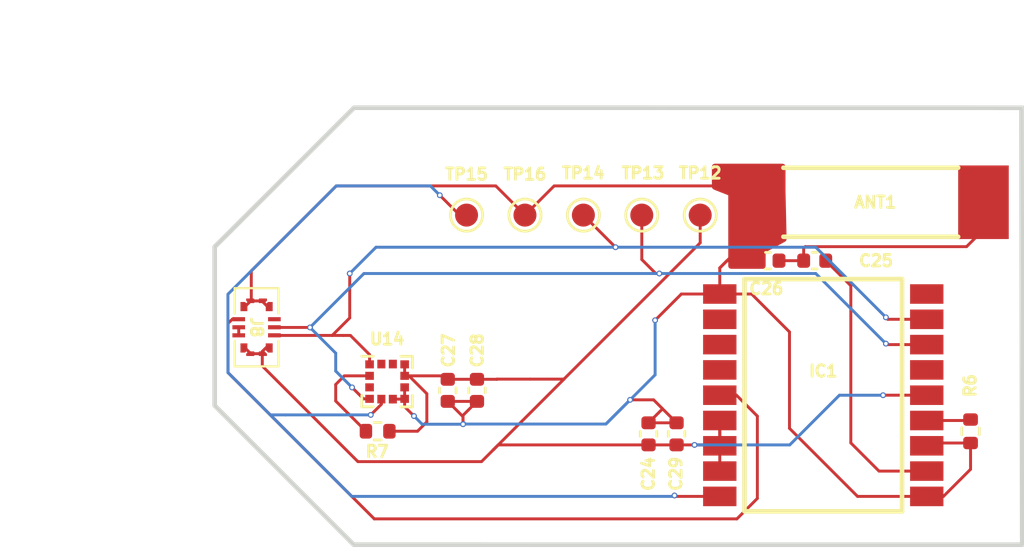
<source format=kicad_pcb>
(kicad_pcb (version 20221018) (generator pcbnew)
  (layers (0 "F.Cu" signal) (31 "B.Cu" signal) (34 "B.Paste" user) (35 "F.Paste" user) (36 "B.SilkS" user "B.Silkscreen") (37 "F.SilkS" user "F.Silkscreen") (38 "B.Mask" user) (39 "F.Mask" user) (44 "Edge.Cuts" user))
  (net 0 "")
  (net 1 "Net-(ANT1-Pad1)")
  (net 2 "VDD1")
  (net 3 "GND")
  (net 4 "/Positioning Board V1/ANT_RF")
  (net 8 "/Positioning Board V1/GNSS_INT")
  (net 9 "/Positioning Board V1/POS_RESETn")
  (net 10 "Net-(IC1-ANT_OFF)")
  (net 12 "/Positioning Board V1/SDA")
  (net 13 "/Positioning Board V1/SCL")
  (net 15 "/Positioning Board V1/VCC_1V8")
  (net 17 "Net-(U14-~{CS})")
  (net 19 "/Positioning Board V1/ACC_INT2")
  (net 20 "/Positioning Board V1/ACC_INT1")
  (footprint "Capacitor_SMD:C_0402_1005Metric" (layer "F.Cu") (at 138.6582 101.1352 90)
    (fp_text reference "C29" (at -1.738 -0.0276 90 unlocked) (layer "F.SilkS") (effects (font (size 0.5 0.5) (thickness 0.3))))
    (fp_text value "100nF")
    (fp_line (start -0.107836 -0.36) (end 0.107836 -0.36) (stroke (width 0.12)) (layer "F.SilkS"))
    (fp_line (start -0.107836 0.36) (end 0.107836 0.36) (stroke (width 0.12)) (layer "F.SilkS"))
    (pad "1" smd roundrect (at -0.48 0 90) (size 0.56 0.62) (layers "F.Cu" "F.Paste" "F.Mask") (net 2 "VDD1"))
    (pad "2" smd roundrect (at 0.48 0 90) (size 0.56 0.62) (layers "F.Cu" "F.Paste" "F.Mask") (net 3 "GND"))
  )
  (footprint "Resistor_SMD:R_0402_1005Metric" (layer "F.Cu") (at 125.661 101.0212 180)
    (fp_text reference "R7" (at 0.022 -0.884 unlocked) (layer "F.SilkS") (effects (font (size 0.5 0.5) (thickness 0.3))))
    (fp_text value "10k")
    (fp_line (start -0.153641 -0.38) (end 0.153641 -0.38) (stroke (width 0.12)) (layer "F.SilkS"))
    (fp_line (start -0.153641 0.38) (end 0.153641 0.38) (stroke (width 0.12)) (layer "F.SilkS"))
    (pad "1" smd roundrect (at -0.51 0 180) (size 0.54 0.64) (layers "F.Cu" "F.Paste" "F.Mask") (net 2 "VDD1"))
    (pad "2" smd roundrect (at 0.51 0 180) (size 0.54 0.64) (layers "F.Cu" "F.Paste" "F.Mask") (net 17 "Net-(U14-~{CS})"))
  )
  (footprint "Package_LGA:LGA-12_2x2mm_P0.5mm" (layer "F.Cu") (at 126.0718 98.8622)
    (fp_text reference "U14" (at 0 -1.85 unlocked) (layer "F.SilkS") (effects (font (size 0.5 0.5) (thickness 0.3))))
    (fp_text value "LIS2DE12")
    (fp_line (start -1.1 -1.1) (end -1.1 -1.1) (stroke (width 0.12)) (layer "F.SilkS"))
    (fp_line (start -1.1 0.6) (end -1.1 0.6) (stroke (width 0.12)) (layer "F.SilkS"))
    (fp_line (start -1.1 1.1) (end -1.1 0.6) (stroke (width 0.12)) (layer "F.SilkS"))
    (fp_line (start -0.6 -1.1) (end -1.1 -1.1) (stroke (width 0.12)) (layer "F.SilkS"))
    (fp_line (start -0.6 1.1) (end -1.1 1.1) (stroke (width 0.12)) (layer "F.SilkS"))
    (fp_line (start 0.6 -1.1) (end 1.1 -1.1) (stroke (width 0.12)) (layer "F.SilkS"))
    (fp_line (start 0.6 1.1) (end 0.6 1.1) (stroke (width 0.12)) (layer "F.SilkS"))
    (fp_line (start 1.1 -1.1) (end 1.1 -0.6) (stroke (width 0.12)) (layer "F.SilkS"))
    (fp_line (start 1.1 -0.6) (end 1.1 -0.6) (stroke (width 0.12)) (layer "F.SilkS"))
    (fp_line (start 1.1 0.6) (end 1.1 1.1) (stroke (width 0.12)) (layer "F.SilkS"))
    (fp_line (start 1.1 1.1) (end 0.6 1.1) (stroke (width 0.12)) (layer "F.SilkS"))
    (pad "1" smd rect (at -0.7625 -0.75) (size 0.375 0.35) (layers "F.Cu" "F.Paste" "F.Mask") (net 13 "/Positioning Board V1/SCL"))
    (pad "2" smd rect (at -0.7625 -0.25) (size 0.375 0.35) (layers "F.Cu" "F.Paste" "F.Mask") (net 17 "Net-(U14-~{CS})"))
    (pad "3" smd rect (at -0.7625 0.25) (size 0.375 0.35) (layers "F.Cu" "F.Paste" "F.Mask"))
    (pad "4" smd rect (at -0.7625 0.75) (size 0.375 0.35) (layers "F.Cu" "F.Paste" "F.Mask") (net 12 "/Positioning Board V1/SDA"))
    (pad "5" smd rect (at -0.25 0.7625 90) (size 0.375 0.35) (layers "F.Cu" "F.Paste" "F.Mask") (net 9 "/Positioning Board V1/POS_RESETn"))
    (pad "6" smd rect (at 0.25 0.7625 90) (size 0.375 0.35) (layers "F.Cu" "F.Paste" "F.Mask") (net 3 "GND"))
    (pad "7" smd rect (at 0.7625 0.75) (size 0.375 0.35) (layers "F.Cu" "F.Paste" "F.Mask") (net 3 "GND"))
    (pad "8" smd rect (at 0.7625 0.25) (size 0.375 0.35) (layers "F.Cu" "F.Paste" "F.Mask") (net 3 "GND"))
    (pad "9" smd rect (at 0.7625 -0.25) (size 0.375 0.35) (layers "F.Cu" "F.Paste" "F.Mask") (net 2 "VDD1"))
    (pad "10" smd rect (at 0.7625 -0.75) (size 0.375 0.35) (layers "F.Cu" "F.Paste" "F.Mask") (net 2 "VDD1"))
    (pad "11" smd rect (at 0.25 -0.7625 90) (size 0.375 0.35) (layers "F.Cu" "F.Paste" "F.Mask") (net 19 "/Positioning Board V1/ACC_INT2"))
    (pad "12" smd rect (at -0.25 -0.7625 90) (size 0.375 0.35) (layers "F.Cu" "F.Paste" "F.Mask") (net 20 "/Positioning Board V1/ACC_INT1"))
  )
  (footprint "Herald:NN02-224" (layer "F.Cu") (at 147.103 91.0644 180)
    (fp_text reference "ANT1" (at -0.201 0 unlocked) (layer "F.SilkS") (effects (font (size 0.5 0.5) (thickness 0.125))))
    (fp_text value "~")
    (fp_line (start -3.8 -1.5) (end 3.8 -1.5) (stroke (width 0.2)) (layer "F.SilkS"))
    (fp_line (start -3.8 1.5) (end 3.8 1.5) (stroke (width 0.2)) (layer "F.SilkS"))
    (pad "1" smd rect (at -4.9 0 180) (size 2.2 3.2) (layers "F.Cu" "F.Paste" "F.Mask") (net 1 "Net-(ANT1-Pad1)"))
    (pad "2" smd rect (at 4.9 0 180) (size 2.2 3.2) (layers "F.Cu" "F.Paste" "F.Mask") (net 3 "GND"))
  )
  (footprint "Herald:SON110P970X1010X230-18N" (layer "F.Cu") (at 145.037 99.4542)
    (fp_text reference "IC1" (at 0.002 -1.049 unlocked) (layer "F.SilkS") (effects (font (size 0.5 0.5) (thickness 0.3))))
    (fp_text value "TESEO-LIV3F")
    (fp_line (start -3.425 -5.05) (end 3.425 -5.05) (stroke (width 0.2)) (layer "F.SilkS"))
    (fp_line (start -3.425 5.05) (end -3.425 -5.05) (stroke (width 0.2)) (layer "F.SilkS"))
    (fp_line (start 3.425 -5.05) (end 3.425 5.05) (stroke (width 0.2)) (layer "F.SilkS"))
    (fp_line (start 3.425 5.05) (end -3.425 5.05) (stroke (width 0.2)) (layer "F.SilkS"))
    (pad "1" smd rect (at -4.5 -4.4) (size 1.45 0.85) (layers "F.Cu" "F.Paste" "F.Mask") (net 3 "GND"))
    (pad "2" smd rect (at -4.5 -3.3) (size 1.45 0.85) (layers "F.Cu" "F.Paste" "F.Mask"))
    (pad "3" smd rect (at -4.5 -2.2) (size 1.45 0.85) (layers "F.Cu" "F.Paste" "F.Mask"))
    (pad "4" smd rect (at -4.5 -1.1) (size 1.45 0.85) (layers "F.Cu" "F.Paste" "F.Mask"))
    (pad "5" smd rect (at -4.5 0) (size 1.45 0.85) (layers "F.Cu" "F.Paste" "F.Mask") (net 8 "/Positioning Board V1/GNSS_INT"))
    (pad "6" smd rect (at -4.5 1.1) (size 1.45 0.85) (layers "F.Cu" "F.Paste" "F.Mask") (net 2 "VDD1"))
    (pad "7" smd rect (at -4.5 2.2) (size 1.45 0.85) (layers "F.Cu" "F.Paste" "F.Mask") (net 2 "VDD1"))
    (pad "8" smd rect (at -4.5 3.3) (size 1.45 0.85) (layers "F.Cu" "F.Paste" "F.Mask") (net 2 "VDD1"))
    (pad "9" smd rect (at -4.5 4.4) (size 1.45 0.85) (layers "F.Cu" "F.Paste" "F.Mask") (net 9 "/Positioning Board V1/POS_RESETn"))
    (pad "10" smd rect (at 4.5 4.4) (size 1.45 0.85) (layers "F.Cu" "F.Paste" "F.Mask") (net 3 "GND"))
    (pad "11" smd rect (at 4.5 3.3) (size 1.45 0.85) (layers "F.Cu" "F.Paste" "F.Mask") (net 4 "/Positioning Board V1/ANT_RF"))
    (pad "12" smd rect (at 4.5 2.2) (size 1.45 0.85) (layers "F.Cu" "F.Paste" "F.Mask") (net 3 "GND"))
    (pad "13" smd rect (at 4.5 1.1) (size 1.45 0.85) (layers "F.Cu" "F.Paste" "F.Mask") (net 10 "Net-(IC1-ANT_OFF)"))
    (pad "14" smd rect (at 4.5 0) (size 1.45 0.85) (layers "F.Cu" "F.Paste" "F.Mask") (net 2 "VDD1"))
    (pad "15" smd rect (at 4.5 -1.1) (size 1.45 0.85) (layers "F.Cu" "F.Paste" "F.Mask"))
    (pad "16" smd rect (at 4.5 -2.2) (size 1.45 0.85) (layers "F.Cu" "F.Paste" "F.Mask") (net 12 "/Positioning Board V1/SDA"))
    (pad "17" smd rect (at 4.5 -3.3) (size 1.45 0.85) (layers "F.Cu" "F.Paste" "F.Mask") (net 13 "/Positioning Board V1/SCL"))
    (pad "18" smd rect (at 4.5 -4.4) (size 1.45 0.85) (layers "F.Cu" "F.Paste" "F.Mask"))
  )
  (footprint "TestPoint:TestPoint_Pad_D1.0mm" (layer "F.Cu") (at 139.6862 91.6232)
    (fp_text reference "TP12" (at 0 -1.8288 unlocked) (layer "F.SilkS") (effects (font (size 0.5 0.5) (thickness 0.3))))
    (fp_text value "VDD")
    (fp_circle (center 0 0) (end 0 0.7) (stroke (width 0.12)) (fill none) (layer "F.SilkS"))
    (pad "1" smd circle (at 0 0) (size 1 1) (layers "F.Cu" "F.Mask") (net 2 "VDD1"))
  )
  (footprint "Capacitor_SMD:C_0402_1005Metric" (layer "F.Cu") (at 128.709 99.2432 -90)
    (fp_text reference "C27" (at -1.738 -0.03 90 unlocked) (layer "F.SilkS") (effects (font (size 0.5 0.5) (thickness 0.3))))
    (fp_text value "10uF")
    (fp_line (start -0.107836 -0.36) (end 0.107836 -0.36) (stroke (width 0.12)) (layer "F.SilkS"))
    (fp_line (start -0.107836 0.36) (end 0.107836 0.36) (stroke (width 0.12)) (layer "F.SilkS"))
    (pad "1" smd roundrect (at -0.48 0 270) (size 0.56 0.62) (layers "F.Cu" "F.Paste" "F.Mask") (net 2 "VDD1"))
    (pad "2" smd roundrect (at 0.48 0 270) (size 0.56 0.62) (layers "F.Cu" "F.Paste" "F.Mask") (net 3 "GND"))
  )
  (footprint "Capacitor_SMD:C_0402_1005Metric" (layer "F.Cu") (at 142.6326 93.6044 180)
    (fp_text reference "C26" (at 0.0718 -1.2192 unlocked) (layer "F.SilkS") (effects (font (size 0.5 0.5) (thickness 0.3))))
    (fp_text value "Tune (~120pF)")
    (fp_line (start -0.107836 -0.36) (end 0.107836 -0.36) (stroke (width 0.12)) (layer "F.SilkS"))
    (fp_line (start -0.107836 0.36) (end 0.107836 0.36) (stroke (width 0.12)) (layer "F.SilkS"))
    (pad "1" smd roundrect (at -0.48 0 180) (size 0.56 0.62) (layers "F.Cu" "F.Paste" "F.Mask") (net 1 "Net-(ANT1-Pad1)"))
    (pad "2" smd roundrect (at 0.48 0 180) (size 0.56 0.62) (layers "F.Cu" "F.Paste" "F.Mask") (net 3 "GND"))
  )
  (footprint "Herald:HERALD_V2_CONN_PORT" (layer "F.Cu") (at 120.3952 96.5 -90)
    (fp_text reference "J8" (at 0 0 -90 unlocked) (layer "F.SilkS") (effects (font (size 0.5 0.5) (thickness 0.125))))
    (fp_text value "HERALD_V2_CONN_PLUG")
    (fp_line (start -1.7 -0.95) (end -0.6 -0.95) (stroke (width 0.1)) (layer "F.SilkS"))
    (fp_line (start -1.7 0.95) (end -1.7 -0.95) (stroke (width 0.1)) (layer "F.SilkS"))
    (fp_line (start -1.7 0.95) (end -0.6 0.95) (stroke (width 0.1)) (layer "F.SilkS"))
    (fp_line (start 1.7 -0.95) (end 0.6 -0.95) (stroke (width 0.1)) (layer "F.SilkS"))
    (fp_line (start 1.7 0.95) (end 0.6 0.95) (stroke (width 0.1)) (layer "F.SilkS"))
    (fp_line (start 1.7 0.95) (end 1.7 -0.95) (stroke (width 0.1)) (layer "F.SilkS"))
    (pad "1" smd custom (at 0.8 -0.5 270) (size 0.2 0.2) (layers "F.Cu" "F.Paste" "F.Mask") (net 2 "VDD1") (options (clearance outline) (anchor rect)) (primitives (gr_poly (pts (xy 0.2 0.1) (xy 0.3 0) (xy 0.3 -0.2) (xy -0.1 -0.2) (xy -0.1 0.1)) (width 0) (fill yes)) (gr_poly (pts (xy -0.1 -0.2) (xy 0.3 -0.2) (xy 0.3 0) (xy 0.2 0.1) (xy -0.1 0.1)) (width 0) (fill yes))))
    (pad "1" smd custom (at 0.85 0.55 270) (size 0.2 0.2) (layers "F.Cu" "F.Paste" "F.Mask") (net 2 "VDD1") (options (clearance outline) (anchor rect)) (primitives (gr_poly (pts (xy 0.15 -0.15) (xy -0.15 -0.15) (xy -0.15 0.15) (xy 0.25 0.15) (xy 0.25 -0.05)) (width 0) (fill yes)) (gr_poly (pts (xy -0.15 -0.15) (xy -0.15 0.15) (xy 0.25 0.15) (xy 0.25 -0.05) (xy 0.15 -0.15)) (width 0) (fill yes))))
    (pad "1" smd custom (at 1.15 -0.225 270) (size 0.2 0.25) (layers "F.Cu" "F.Paste" "F.Mask") (net 2 "VDD1") (options (clearance outline) (anchor rect)) (primitives (gr_poly (pts (xy -0.1 -0.075) (xy -0.1 -0.125) (xy 0 -0.225) (xy 0.1 -0.225) (xy 0.1 -0.075)) (width 0) (fill yes))))
    (pad "1" smd custom (at 1.15 0.25 270) (size 0.2 0.2) (layers "F.Cu" "F.Paste" "F.Mask") (net 2 "VDD1") (options (clearance outline) (anchor rect)) (primitives (gr_poly (pts (xy -0.1 0.1) (xy 0 0.2) (xy 0.1 0.2) (xy 0.1 -0.15) (xy -0.1 -0.15)) (width 0) (fill yes))))
    (pad "2" smd rect (at 0.35 0.775 270) (size 0.18 0.55) (layers "F.Cu" "F.Paste" "F.Mask") (net 15 "/Positioning Board V1/VCC_1V8"))
    (pad "3" smd rect (at 0.35 -0.775 270) (size 0.18 0.55) (layers "F.Cu" "F.Paste" "F.Mask") (net 13 "/Positioning Board V1/SCL"))
    (pad "4" smd rect (at 0 0.775 270) (size 0.18 0.55) (layers "F.Cu" "F.Paste" "F.Mask") (net 15 "/Positioning Board V1/VCC_1V8"))
    (pad "5" smd rect (at 0 -0.775 270) (size 0.18 0.55) (layers "F.Cu" "F.Paste" "F.Mask") (net 12 "/Positioning Board V1/SDA"))
    (pad "6" smd rect (at -0.35 0.775 270) (size 0.18 0.55) (layers "F.Cu" "F.Paste" "F.Mask") (net 8 "/Positioning Board V1/GNSS_INT"))
    (pad "7" smd rect (at -0.35 -0.775 270) (size 0.18 0.55) (layers "F.Cu" "F.Paste" "F.Mask"))
    (pad "8" smd custom (at -1.15 -0.225 270) (size 0.2 0.25) (layers "F.Cu" "F.Paste" "F.Mask") (net 3 "GND") (options (clearance outline) (anchor rect)) (primitives (gr_poly (pts (xy 0.1 -0.075) (xy 0.1 -0.125) (xy 0 -0.225) (xy -0.1 -0.225) (xy -0.1 -0.075)) (width 0) (fill yes))))
    (pad "8" smd custom (at -1.15 0.25 270) (size 0.2 0.2) (layers "F.Cu" "F.Paste" "F.Mask") (net 3 "GND") (options (clearance outline) (anchor rect)) (primitives (gr_poly (pts (xy 0.1 0.1) (xy 0 0.2) (xy -0.1 0.2) (xy -0.1 -0.15) (xy 0.1 -0.15)) (width 0) (fill yes))))
    (pad "8" smd custom (at -0.85 0.55 270) (size 0.2 0.2) (layers "F.Cu" "F.Paste" "F.Mask") (net 3 "GND") (options (clearance outline) (anchor rect)) (primitives (gr_poly (pts (xy -0.15 -0.15) (xy 0.15 -0.15) (xy 0.15 0.15) (xy -0.25 0.15) (xy -0.25 -0.05)) (width 0) (fill yes)) (gr_poly (pts (xy 0.15 -0.15) (xy 0.15 0.15) (xy -0.25 0.15) (xy -0.25 -0.05) (xy -0.15 -0.15)) (width 0) (fill yes))))
    (pad "8" smd custom (at -0.8 -0.5 270) (size 0.2 0.2) (layers "F.Cu" "F.Paste" "F.Mask") (net 3 "GND") (options (clearance outline) (anchor rect)) (primitives (gr_poly (pts (xy -0.2 0.1) (xy -0.3 0) (xy -0.3 -0.2) (xy 0.1 -0.2) (xy 0.1 0.1)) (width 0) (fill yes)) (gr_poly (pts (xy 0.1 -0.2) (xy -0.3 -0.2) (xy -0.3 0) (xy -0.2 0.1) (xy 0.1 0.1)) (width 0) (fill yes))))
  )
  (footprint "Capacitor_SMD:C_0402_1005Metric" (layer "F.Cu") (at 144.6646 93.6044 180)
    (fp_text reference "C25" (at -2.667 -0.002 unlocked) (layer "F.SilkS") (effects (font (size 0.5 0.5) (thickness 0.3))))
    (fp_text value "120pF")
    (fp_line (start -0.107836 -0.36) (end 0.107836 -0.36) (stroke (width 0.12)) (layer "F.SilkS"))
    (fp_line (start -0.107836 0.36) (end 0.107836 0.36) (stroke (width 0.12)) (layer "F.SilkS"))
    (pad "1" smd roundrect (at -0.48 0 180) (size 0.56 0.62) (layers "F.Cu" "F.Paste" "F.Mask") (net 4 "/Positioning Board V1/ANT_RF"))
    (pad "2" smd roundrect (at 0.48 0 180) (size 0.56 0.62) (layers "F.Cu" "F.Paste" "F.Mask") (net 1 "Net-(ANT1-Pad1)"))
  )
  (footprint "Capacitor_SMD:C_0402_1005Metric" (layer "F.Cu") (at 137.439 101.1352 90)
    (fp_text reference "C24" (at -1.738 -0.0084 90 unlocked) (layer "F.SilkS") (effects (font (size 0.5 0.5) (thickness 0.3))))
    (fp_text value "56pF")
    (fp_line (start -0.107836 -0.36) (end 0.107836 -0.36) (stroke (width 0.12)) (layer "F.SilkS"))
    (fp_line (start -0.107836 0.36) (end 0.107836 0.36) (stroke (width 0.12)) (layer "F.SilkS"))
    (pad "1" smd roundrect (at -0.48 0 90) (size 0.56 0.62) (layers "F.Cu" "F.Paste" "F.Mask") (net 2 "VDD1"))
    (pad "2" smd roundrect (at 0.48 0 90) (size 0.56 0.62) (layers "F.Cu" "F.Paste" "F.Mask") (net 3 "GND"))
  )
  (footprint "TestPoint:TestPoint_Pad_D1.0mm" (layer "F.Cu") (at 137.1462 91.6232)
    (fp_text reference "TP13" (at 0.0508 -1.8288 unlocked) (layer "F.SilkS") (effects (font (size 0.5 0.5) (thickness 0.3))))
    (fp_text value "SDA")
    (fp_circle (center 0 0) (end 0 0.7) (stroke (width 0.12)) (fill none) (layer "F.SilkS"))
    (pad "1" smd circle (at 0 0) (size 1 1) (layers "F.Cu" "F.Mask") (net 12 "/Positioning Board V1/SDA"))
  )
  (footprint "TestPoint:TestPoint_Pad_D1.0mm" (layer "F.Cu") (at 132.0662 91.6232)
    (fp_text reference "TP16" (at 0 -1.778 unlocked) (layer "F.SilkS") (effects (font (size 0.5 0.5) (thickness 0.3))))
    (fp_text value "GND")
    (fp_circle (center 0 0) (end 0 0.7) (stroke (width 0.12)) (fill none) (layer "F.SilkS"))
    (pad "1" smd circle (at 0 0) (size 1 1) (layers "F.Cu" "F.Mask") (net 3 "GND"))
  )
  (footprint "TestPoint:TestPoint_Pad_D1.0mm" (layer "F.Cu") (at 129.5262 91.6232)
    (fp_text reference "TP15" (at 0 -1.778 unlocked) (layer "F.SilkS") (effects (font (size 0.5 0.5) (thickness 0.3))))
    (fp_text value "POS_RESETn")
    (fp_circle (center 0 0) (end 0 0.7) (stroke (width 0.12)) (fill none) (layer "F.SilkS"))
    (pad "1" smd circle (at 0 0) (size 1 1) (layers "F.Cu" "F.Mask") (net 9 "/Positioning Board V1/POS_RESETn"))
  )
  (footprint "TestPoint:TestPoint_Pad_D1.0mm" (layer "F.Cu") (at 134.6062 91.6232)
    (fp_text reference "TP14" (at 0 -1.8288 unlocked) (layer "F.SilkS") (effects (font (size 0.5 0.5) (thickness 0.3))))
    (fp_text value "SCL")
    (fp_circle (center 0 0) (end 0 0.7) (stroke (width 0.12)) (fill none) (layer "F.SilkS"))
    (pad "1" smd circle (at 0 0) (size 1 1) (layers "F.Cu" "F.Mask") (net 13 "/Positioning Board V1/SCL"))
  )
  (footprint "Capacitor_SMD:C_0402_1005Metric" (layer "F.Cu") (at 129.979 99.2432 -90)
    (fp_text reference "C28" (at -1.738 -0.01 90 unlocked) (layer "F.SilkS") (effects (font (size 0.5 0.5) (thickness 0.3))))
    (fp_text value "100nF")
    (fp_line (start -0.107836 -0.36) (end 0.107836 -0.36) (stroke (width 0.12)) (layer "F.SilkS"))
    (fp_line (start -0.107836 0.36) (end 0.107836 0.36) (stroke (width 0.12)) (layer "F.SilkS"))
    (pad "1" smd roundrect (at -0.48 0 270) (size 0.56 0.62) (layers "F.Cu" "F.Paste" "F.Mask") (net 2 "VDD1"))
    (pad "2" smd roundrect (at 0.48 0 270) (size 0.56 0.62) (layers "F.Cu" "F.Paste" "F.Mask") (net 3 "GND"))
  )
  (footprint "PCM_kikit:Board" (layer "F.Cu") (at 123.3286 88.118)
    (fp_text reference "BoardPositioning")
    (fp_text value "Board Positioning")
  )
  (footprint "Resistor_SMD:R_0402_1005Metric" (layer "F.Cu") (at 151.442 101.0232 -90)
    (fp_text reference "R6" (at -1.9832 0.021 90 unlocked) (layer "F.SilkS") (effects (font (size 0.5 0.5) (thickness 0.3))))
    (fp_text value "10k")
    (fp_line (start -0.153641 -0.38) (end 0.153641 -0.38) (stroke (width 0.12)) (layer "F.SilkS"))
    (fp_line (start -0.153641 0.38) (end 0.153641 0.38) (stroke (width 0.12)) (layer "F.SilkS"))
    (pad "1" smd roundrect (at -0.51 0 270) (size 0.54 0.64) (layers "F.Cu" "F.Paste" "F.Mask") (net 10 "Net-(IC1-ANT_OFF)"))
    (pad "2" smd roundrect (at 0.51 0 270) (size 0.54 0.64) (layers "F.Cu" "F.Paste" "F.Mask") (net 3 "GND"))
  )
  (gr_poly (pts (xy 118.574005 93.003698) (xy 118.574005 99.903698) (xy 124.619205 105.953698) (xy 153.689 105.9552) (xy 153.656053 86.956698) (xy 124.635053 86.953698)) (stroke (width 0.2)) (fill none) (layer "Edge.Cuts"))
  (segment (start 144.1846 93.6044) (end 144.1846 93.0646) (width 0.127) (layer "F.Cu") (net 1))
  (segment (start 144.1846 93.0646) (end 144.2544 92.9948) (width 0.127) (layer "F.Cu") (net 1))
  (segment (start 144.1846 93.6044) (end 144.2817 93.5073) (width 0.127) (layer "F.Cu") (net 1))
  (segment (start 151.2686 92.9948) (end 152.003 92.2604) (width 0.127) (layer "F.Cu") (net 1))
  (segment (start 144.2544 92.9948) (end 151.2686 92.9948) (width 0.127) (layer "F.Cu") (net 1))
  (segment (start 143.1126 93.6044) (end 144.1846 93.6044) (width 0.127) (layer "F.Cu") (net 1))
  (segment (start 128.709 98.7632) (end 129.979 98.7632) (width 0.127) (layer "F.Cu") (net 2))
  (segment (start 140.537 101.6542) (end 140.537 102.7542) (width 0.127) (layer "F.Cu") (net 2))
  (segment (start 140.537 101.6542) (end 140.498 101.6152) (width 0.127) (layer "F.Cu") (net 2))
  (segment (start 126.8343 98.6122) (end 127.0218 98.6122) (width 0.127) (layer "F.Cu") (net 2))
  (segment (start 147.639 99.4552) (end 147.64 99.4542) (width 0.127) (layer "F.Cu") (net 2))
  (segment (start 130.904 101.6152) (end 130.689 101.8302) (width 0.127) (layer "F.Cu") (net 2))
  (segment (start 139.6862 92.828556) (end 133.759556 98.7552) (width 0.127) (layer "F.Cu") (net 2))
  (segment (start 120.645 98.1852) (end 124.8018 102.342) (width 0.127) (layer "F.Cu") (net 2))
  (segment (start 124.8018 102.342) (end 130.1772 102.342) (width 0.127) (layer "F.Cu") (net 2))
  (segment (start 127.799 100.6148) (end 127.3926 101.0212) (width 0.127) (layer "F.Cu") (net 2))
  (segment (start 119.8452 97.35) (end 120.1452 97.65) (width 0.127) (layer "F.Cu") (net 2))
  (segment (start 120.92 97.3056) (end 120.9144 97.3) (width 0.127) (layer "F.Cu") (net 2))
  (segment (start 130.689 101.8302) (end 133.759556 98.759644) (width 0.127) (layer "F.Cu") (net 2))
  (segment (start 120.645 97.5502) (end 120.645 98.1852) (width 0.127) (layer "F.Cu") (net 2))
  (segment (start 127.3926 101.0212) (end 126.171 101.0212) (width 0.127) (layer "F.Cu") (net 2))
  (segment (start 133.759556 98.7552) (end 132.289 98.7552) (width 0.127) (layer "F.Cu") (net 2))
  (segment (start 137.439 101.6152) (end 130.904 101.6152) (width 0.127) (layer "F.Cu") (net 2))
  (segment (start 139.6862 91.6232) (end 139.6862 92.828556) (width 0.127) (layer "F.Cu") (net 2))
  (segment (start 128.709 98.7632) (end 128.558 98.6122) (width 0.127) (layer "F.Cu") (net 2))
  (segment (start 133.759556 98.759644) (end 133.759556 98.7552) (width 0.127) (layer "F.Cu") (net 2))
  (segment (start 127.799 99.3894) (end 127.799 100.6148) (width 0.127) (layer "F.Cu") (net 2))
  (segment (start 139.439 101.6152) (end 140.537 101.6152) (width 0.127) (layer "F.Cu") (net 2))
  (segment (start 140.498 101.6152) (end 137.439 101.6152) (width 0.127) (layer "F.Cu") (net 2))
  (segment (start 140.537 100.5542) (end 140.537 101.6542) (width 0.127) (layer "F.Cu") (net 2))
  (segment (start 129.979 98.7632) (end 130.847 98.7632) (width 0.127) (layer "F.Cu") (net 2))
  (segment (start 127.0218 98.6122) (end 127.799 99.3894) (width 0.127) (layer "F.Cu") (net 2))
  (segment (start 120.9144 97.3) (end 120.8952 97.3) (width 0.127) (layer "F.Cu") (net 2))
  (segment (start 120.1452 97.65) (end 120.6202 97.65) (width 0.127) (layer "F.Cu") (net 2))
  (segment (start 147.64 99.4542) (end 149.537 99.4542) (width 0.127) (layer "F.Cu") (net 2))
  (segment (start 128.558 98.6122) (end 126.8343 98.6122) (width 0.127) (layer "F.Cu") (net 2))
  (segment (start 120.8952 97.3) (end 120.645 97.5502) (width 0.127) (layer "F.Cu") (net 2))
  (segment (start 126.8343 98.1122) (end 126.8343 98.6122) (width 0.127) (layer "F.Cu") (net 2))
  (segment (start 130.847 98.7632) (end 130.855 98.7552) (width 0.127) (layer "F.Cu") (net 2))
  (segment (start 132.289 98.7552) (end 130.855 98.7552) (width 0.127) (layer "F.Cu") (net 2))
  (segment (start 130.1772 102.342) (end 130.689 101.8302) (width 0.127) (layer "F.Cu") (net 2))
  (segment (start 140.537 101.6152) (end 140.537 100.5542) (width 0.127) (layer "F.Cu") (net 2))
  (via (at 147.639 99.4552) (size 0.25) (drill 0.15) (layers "F.Cu" "B.Cu") (net 2))
  (via (at 139.439 101.6152) (size 0.25) (drill 0.15) (layers "F.Cu" "B.Cu") (net 2))
  (segment (start 143.579 101.6152) (end 139.439 101.6152) (width 0.127) (layer "B.Cu") (net 2))
  (segment (start 147.639 99.4552) (end 145.739 99.4552) (width 0.127) (layer "B.Cu") (net 2))
  (segment (start 145.739 99.4552) (end 143.579 101.6152) (width 0.127) (layer "B.Cu") (net 2))
  (segment (start 138.0486 100.0456) (end 137.439 100.6552) (width 0.127) (layer "F.Cu") (net 3))
  (segment (start 149.537 103.8542) (end 150.262 103.8542) (width 0.127) (layer "F.Cu") (net 3))
  (segment (start 141.919 95.0542) (end 140.537 95.0542) (width 0.127) (layer "F.Cu") (net 3))
  (segment (start 132.0662 91.6232) (end 130.7962 90.3532) (width 0.127) (layer "F.Cu") (net 3))
  (segment (start 120.6202 95.35) (end 120.8952 95.625) (width 0.127) (layer "F.Cu") (net 3))
  (segment (start 126.8343 99.6122) (end 126.8343 99.9549) (width 0.127) (layer "F.Cu") (net 3))
  (segment (start 129.3738 100.3284) (end 129.979 99.7232) (width 0.127) (layer "F.Cu") (net 3))
  (segment (start 133.3362 90.3532) (end 132.0662 91.6232) (width 0.127) (layer "F.Cu") (net 3))
  (segment (start 128.598 99.6122) (end 128.709 99.7232) (width 0.127) (layer "F.Cu") (net 3))
  (segment (start 142.1526 93.6044) (end 140.8528 93.6044) (width 0.127) (layer "F.Cu") (net 3))
  (segment (start 138.867 95.0542) (end 140.537 95.0542) (width 0.127) (layer "F.Cu") (net 3))
  (segment (start 140.537 95.0542) (end 140.548 95.0432) (width 0.127) (layer "F.Cu") (net 3))
  (segment (start 129.3738 100.7164) (end 129.3738 100.3284) (width 0.127) (layer "F.Cu") (net 3))
  (segment (start 130.7962 90.3532) (end 123.862 90.3532) (width 0.127) (layer "F.Cu") (net 3))
  (segment (start 146.528 103.8542) (end 143.568 100.8942) (width 0.127) (layer "F.Cu") (net 3))
  (segment (start 126.8343 99.9549) (end 127.2402 100.3608) (width 0.127) (layer "F.Cu") (net 3))
  (segment (start 151.442 102.6742) (end 151.442 101.5332) (width 0.127) (layer "F.Cu") (net 3))
  (segment (start 141.4918 90.3532) (end 133.3362 90.3532) (width 0.127) (layer "F.Cu") (net 3))
  (segment (start 137.726 96.1952) (end 138.867 95.0542) (width 0.127) (layer "F.Cu") (net 3))
  (segment (start 142.203 92.2542) (end 142.203 91.0644) (width 0.127) (layer "F.Cu") (net 3))
  (segment (start 143.568 96.7032) (end 141.919 95.0542) (width 0.127) (layer "F.Cu") (net 3))
  (segment (start 120.166 94.0492) (end 120.166 95.3516) (width 0.127) (layer "F.Cu") (net 3))
  (segment (start 150.262 103.8542) (end 151.442 102.6742) (width 0.127) (layer "F.Cu") (net 3))
  (segment (start 137.6582 99.6552) (end 136.639 99.6552) (width 0.127) (layer "F.Cu") (net 3))
  (segment (start 149.658 101.5332) (end 149.537 101.6542) (width 0.127) (layer "F.Cu") (net 3))
  (segment (start 126.3218 99.6247) (end 126.8218 99.6247) (width 0.127) (layer "F.Cu") (net 3))
  (segment (start 140.537 95.0542) (end 140.537 93.9202) (width 0.127) (layer "F.Cu") (net 3))
  (segment (start 140.8528 93.6044) (end 140.537 93.9202) (width 0.127) (layer "F.Cu") (net 3))
  (segment (start 129.3738 100.388) (end 128.709 99.7232) (width 0.127) (layer "F.Cu") (net 3))
  (segment (start 123.862 90.3532) (end 120.166 94.0492) (width 0.127) (layer "F.Cu") (net 3))
  (segment (start 138.6582 100.6552) (end 138.5592 100.7542) (width 0.127) (layer "F.Cu") (net 3))
  (segment (start 140.537 93.9202) (end 142.203 92.2542) (width 0.127) (layer "F.Cu") (net 3))
  (segment (start 128.709 99.7232) (end 129.979 99.7232) (width 0.127) (layer "F.Cu") (net 3))
  (segment (start 142.203 91.0644) (end 141.4918 90.3532) (width 0.127) (layer "F.Cu") (net 3))
  (segment (start 120.1396 95.3556) (end 120.645 95.3556) (width 0.127) (layer "F.Cu") (net 3))
  (segment (start 126.3 99.75378) (end 126.3 99.6247) (width 0.127) (layer "F.Cu") (net 3))
  (segment (start 119.8452 95.65) (end 120.1396 95.3556) (width 0.127) (layer "F.Cu") (net 3))
  (segment (start 143.568 100.8942) (end 143.568 96.7032) (width 0.127) (layer "F.Cu") (net 3))
  (segment (start 138.6582 100.6552) (end 137.439 100.6552) (width 0.127) (layer "F.Cu") (net 3))
  (segment (start 149.537 103.8542) (end 146.528 103.8542) (width 0.127) (layer "F.Cu") (net 3))
  (segment (start 129.3738 100.7164) (end 129.3738 100.388) (width 0.127) (layer "F.Cu") (net 3))
  (segment (start 138.0486 100.0456) (end 138.6582 100.6552) (width 0.127) (layer "F.Cu") (net 3))
  (segment (start 151.442 101.5332) (end 149.658 101.5332) (width 0.127) (layer "F.Cu") (net 3))
  (segment (start 138.0486 100.0456) (end 137.6582 99.6552) (width 0.127) (layer "F.Cu") (net 3))
  (segment (start 120.8952 95.625) (end 120.8952 95.7) (width 0.127) (layer "F.Cu") (net 3))
  (segment (start 126.8218 99.6247) (end 126.8343 99.6122) (width 0.127) (layer "F.Cu") (net 3))
  (segment (start 120.687 95.346) (end 120.691 95.35) (width 0.127) (layer "F.Cu") (net 3))
  (segment (start 126.8343 99.1122) (end 126.8343 99.6122) (width 0.127) (layer "F.Cu") (net 3))
  (via (at 137.726 96.1952) (size 0.25) (drill 0.15) (layers "F.Cu" "B.Cu") (net 3))
  (via (at 129.3738 100.7164) (size 0.25) (drill 0.15) (layers "F.Cu" "B.Cu") (net 3))
  (via (at 136.639 99.6552) (size 0.25) (drill 0.15) (layers "F.Cu" "B.Cu") (net 3))
  (via (at 127.2402 100.3608) (size 0.25) (drill 0.15) (layers "F.Cu" "B.Cu") (net 3))
  (segment (start 137.726 98.5682) (end 135.5858 100.7084) (width 0.127) (layer "B.Cu") (net 3))
  (segment (start 135.5858 100.7084) (end 129.4318 100.7084) (width 0.127) (layer "B.Cu") (net 3))
  (segment (start 136.639 99.6552) (end 135.5858 100.7084) (width 0.127) (layer "B.Cu") (net 3))
  (segment (start 137.726 96.1952) (end 137.726 98.5682) (width 0.127) (layer "B.Cu") (net 3))
  (segment (start 127.5958 100.7164) (end 127.2402 100.3608) (width 0.127) (layer "B.Cu") (net 3))
  (segment (start 129.3738 100.7164) (end 129.4318 100.6584) (width 0.127) (layer "B.Cu") (net 3))
  (segment (start 129.3738 100.7164) (end 127.5958 100.7164) (width 0.127) (layer "B.Cu") (net 3))
  (segment (start 146.235 94.6948) (end 145.1446 93.6044) (width 0.127) (layer "F.Cu") (net 4))
  (segment (start 149.537 102.7542) (end 147.46 102.7542) (width 0.127) (layer "F.Cu") (net 4))
  (segment (start 147.46 102.7542) (end 146.235 101.5292) (width 0.127) (layer "F.Cu") (net 4))
  (segment (start 146.235 101.5292) (end 146.235 94.6948) (width 0.127) (layer "F.Cu") (net 4))
  (segment (start 125.513 104.8312) (end 119.1567 98.4749) (width 0.127) (layer "F.Cu") (net 8))
  (segment (start 140.537 99.4542) (end 141.262 99.4542) (width 0.127) (layer "F.Cu") (net 8))
  (segment (start 142.171 100.3632) (end 142.171 103.9422) (width 0.127) (layer "F.Cu") (net 8))
  (segment (start 141.262 99.4542) (end 142.171 100.3632) (width 0.127) (layer "F.Cu") (net 8))
  (segment (start 142.171 103.9422) (end 141.282 104.8312) (width 0.127) (layer "F.Cu") (net 8))
  (segment (start 119.1567 98.4749) (end 119.1567 96.33192) (width 0.127) (layer "F.Cu") (net 8))
  (segment (start 141.282 104.8312) (end 125.513 104.8312) (width 0.127) (layer "F.Cu") (net 8))
  (segment (start 119.33862 96.15) (end 119.6202 96.15) (width 0.127) (layer "F.Cu") (net 8))
  (segment (start 119.1567 96.33192) (end 119.33862 96.15) (width 0.127) (layer "F.Cu") (net 8))
  (segment (start 125.3606 100.31) (end 125.8218 99.8488) (width 0.127) (layer "F.Cu") (net 9))
  (segment (start 138.5686 103.8152) (end 138.5296 103.8542) (width 0.127) (layer "F.Cu") (net 9))
  (segment (start 128.3622 90.7596) (end 129.2258 91.6232) (width 0.127) (layer "F.Cu") (net 9))
  (segment (start 138.6076 103.8542) (end 138.5686 103.8152) (width 0.127) (layer "F.Cu") (net 9))
  (segment (start 129.2258 91.6232) (end 129.5262 91.6232) (width 0.127) (layer "F.Cu") (net 9))
  (segment (start 140.537 103.8542) (end 138.6076 103.8542) (width 0.127) (layer "F.Cu") (net 9))
  (segment (start 125.8218 99.8488) (end 125.8218 99.6247) (width 0.127) (layer "F.Cu") (net 9))
  (via (at 128.3622 90.7596) (size 0.25) (drill 0.15) (layers "F.Cu" "B.Cu") (net 9))
  (via (at 125.3606 100.31) (size 0.25) (drill 0.15) (layers "F.Cu" "B.Cu") (net 9))
  (via (at 138.5686 103.8152) (size 0.25) (drill 0.15) (layers "F.Cu" "B.Cu") (net 9))
  (segment (start 125.3606 100.31) (end 121.6522 100.31) (width 0.127) (layer "B.Cu") (net 9))
  (segment (start 119.15 98.4682) (end 119.15 95.0652) (width 0.127) (layer "B.Cu") (net 9))
  (segment (start 123.9382 90.3532) (end 127.9558 90.3532) (width 0.127) (layer "B.Cu") (net 9))
  (segment (start 120.9918 100.31) (end 119.15 98.4682) (width 0.127) (layer "B.Cu") (net 9))
  (segment (start 121.6522 100.31) (end 120.9918 100.31) (width 0.127) (layer "B.Cu") (net 9))
  (segment (start 127.9558 90.3532) (end 128.3622 90.7596) (width 0.127) (layer "B.Cu") (net 9))
  (segment (start 124.536 103.8542) (end 120.9918 100.31) (width 0.127) (layer "B.Cu") (net 9))
  (segment (start 119.15 95.0652) (end 123.862 90.3532) (width 0.127) (layer "B.Cu") (net 9))
  (segment (start 138.5296 103.8542) (end 124.536 103.8542) (width 0.127) (layer "B.Cu") (net 9))
  (segment (start 123.862 90.3532) (end 123.989 90.3532) (width 0.127) (layer "B.Cu") (net 9))
  (segment (start 149.537 100.5542) (end 151.401 100.5542) (width 0.127) (layer "F.Cu") (net 10))
  (segment (start 151.401 100.5542) (end 151.442 100.5132) (width 0.127) (layer "F.Cu") (net 10))
  (segment (start 137.9082 94.1632) (end 137.7558 94.1632) (width 0.127) (layer "F.Cu") (net 12))
  (segment (start 122.719 96.5082) (end 121.1976 96.5082) (width 0.127) (layer "F.Cu") (net 12))
  (segment (start 125.0438 99.6122) (end 125.3093 99.6122) (width 0.127) (layer "F.Cu") (net 12))
  (segment (start 137.7558 94.1632) (end 137.1462 93.5536) (width 0.127) (layer "F.Cu") (net 12))
  (segment (start 147.802 97.2542) (end 147.759 97.2112) (width 0.127) (layer "F.Cu") (net 12))
  (segment (start 124.5478 99.1162) (end 125.0438 99.6122) (width 0.127) (layer "F.Cu") (net 12))
  (segment (start 149.537 97.2542) (end 147.802 97.2542) (width 0.127) (layer "F.Cu") (net 12))
  (segment (start 121.1976 96.5082) (end 121.195 96.5056) (width 0.127) (layer "F.Cu") (net 12))
  (segment (start 137.1462 93.5536) (end 137.1462 91.6232) (width 0.127) (layer "F.Cu") (net 12))
  (via (at 124.5478 99.1162) (size 0.25) (drill 0.15) (layers "F.Cu" "B.Cu") (net 12))
  (via (at 122.719 96.5082) (size 0.25) (drill 0.15) (layers "F.Cu" "B.Cu") (net 12))
  (via (at 137.9082 94.1632) (size 0.25) (drill 0.15) (layers "F.Cu" "B.Cu") (net 12))
  (via (at 147.759 97.2112) (size 0.25) (drill 0.15) (layers "F.Cu" "B.Cu") (net 12))
  (segment (start 122.719 96.5082) (end 123.8366 97.6258) (width 0.127) (layer "B.Cu") (net 12))
  (segment (start 144.711 94.1632) (end 147.759 97.2112) (width 0.127) (layer "B.Cu") (net 12))
  (segment (start 122.719 96.5082) (end 125.064 94.1632) (width 0.127) (layer "B.Cu") (net 12))
  (segment (start 123.8366 98.405) (end 124.5478 99.1162) (width 0.127) (layer "B.Cu") (net 12))
  (segment (start 125.064 94.1632) (end 144.711 94.1632) (width 0.127) (layer "B.Cu") (net 12))
  (segment (start 123.8366 97.6258) (end 123.8366 98.405) (width 0.127) (layer "B.Cu") (net 12))
  (segment (start 136.0032 93.0202) (end 134.6062 91.6232) (width 0.127) (layer "F.Cu") (net 13))
  (segment (start 147.845 96.1542) (end 147.759 96.0682) (width 0.127) (layer "F.Cu") (net 13))
  (segment (start 121.1702 96.85) (end 121.1758 96.8556) (width 0.127) (layer "F.Cu") (net 13))
  (segment (start 149.537 96.1542) (end 147.845 96.1542) (width 0.127) (layer "F.Cu") (net 13))
  (segment (start 124.1717 96.8556) (end 124.4755 96.8556) (width 0.127) (layer "F.Cu") (net 13))
  (segment (start 125.3093 98.1122) (end 125.3093 97.6894) (width 0.127) (layer "F.Cu") (net 13))
  (segment (start 124.4462 94.1632) (end 124.4462 96.0936) (width 0.127) (layer "F.Cu") (net 13))
  (segment (start 124.4462 96.0936) (end 123.6842 96.8556) (width 0.127) (layer "F.Cu") (net 13))
  (segment (start 121.1758 96.8556) (end 124.1717 96.8556) (width 0.127) (layer "F.Cu") (net 13))
  (segment (start 124.4755 96.8556) (end 125.3093 97.6894) (width 0.127) (layer "F.Cu") (net 13))
  (via (at 147.759 96.0682) (size 0.25) (drill 0.15) (layers "F.Cu" "B.Cu") (net 13))
  (via (at 124.4462 94.1632) (size 0.25) (drill 0.15) (layers "F.Cu" "B.Cu") (net 13))
  (via (at 136.0032 93.0202) (size 0.25) (drill 0.15) (layers "F.Cu" "B.Cu") (net 13))
  (segment (start 124.4462 94.1632) (end 125.5892 93.0202) (width 0.127) (layer "B.Cu") (net 13))
  (segment (start 125.5892 93.0202) (end 144.711 93.0202) (width 0.127) (layer "B.Cu") (net 13))
  (segment (start 144.711 93.0202) (end 147.759 96.0682) (width 0.127) (layer "B.Cu") (net 13))
  (segment (start 119.6202 96.5) (end 119.6202 96.85) (width 0.127) (layer "F.Cu") (net 15))
  (segment (start 124.2136 98.6122) (end 123.8366 98.9892) (width 0.127) (layer "F.Cu") (net 17))
  (segment (start 123.8366 99.7068) (end 125.151 101.0212) (width 0.127) (layer "F.Cu") (net 17))
  (segment (start 123.8366 98.9892) (end 123.8366 99.7068) (width 0.127) (layer "F.Cu") (net 17))
  (segment (start 125.3093 98.6122) (end 124.2136 98.6122) (width 0.127) (layer "F.Cu") (net 17))
  (zone (net 3) (net_name "GND") (layer "F.Cu") (priority 16) (connect_pads yes (clearance 0)) (min_thickness 0.25) (fill yes (thermal_gap 0.5) (thermal_bridge_width 0.5))
    (polygon (pts (xy 140.1942 90.4802) (xy 140.9054 90.7596) (xy 140.9054 93.96) (xy 142.531 93.96) (xy 142.531 93.236608) (xy 143.4454 92.7408) (xy 143.3946 90.5564) (xy 143.3946 89.388) (xy 141.0578 89.388) (xy 140.1942 89.388)))
  )
)
</source>
